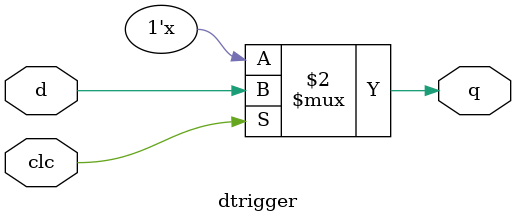
<source format=sv>
module dtrigger (d,clc,q);

input d;
input clc;
output q;
reg q;
  
always @(d or clc)
begin
if (clc)
q<=d;
end

endmodule
</source>
